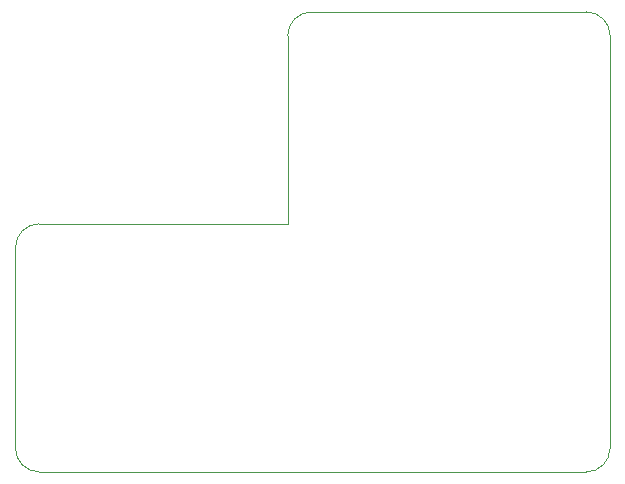
<source format=gbr>
G04 #@! TF.GenerationSoftware,KiCad,Pcbnew,(5.1.10-1-10_14)*
G04 #@! TF.CreationDate,2021-11-29T21:51:49-05:00*
G04 #@! TF.ProjectId,SNAC Sniffer Indent,534e4143-2053-46e6-9966-66657220496e,1*
G04 #@! TF.SameCoordinates,Original*
G04 #@! TF.FileFunction,Profile,NP*
%FSLAX46Y46*%
G04 Gerber Fmt 4.6, Leading zero omitted, Abs format (unit mm)*
G04 Created by KiCad (PCBNEW (5.1.10-1-10_14)) date 2021-11-29 21:51:49*
%MOMM*%
%LPD*%
G01*
G04 APERTURE LIST*
G04 #@! TA.AperFunction,Profile*
%ADD10C,0.100000*%
G04 #@! TD*
G04 APERTURE END LIST*
D10*
X138249976Y-88440024D02*
G75*
G02*
X140250000Y-86440000I2000024J0D01*
G01*
X115199976Y-106380024D02*
G75*
G02*
X117200000Y-104380000I2000024J0D01*
G01*
X117200000Y-125380024D02*
G75*
G02*
X115199976Y-123380000I0J2000024D01*
G01*
X165540024Y-123380000D02*
G75*
G02*
X163540000Y-125380024I-2000024J0D01*
G01*
X163540000Y-86440000D02*
G75*
G02*
X165540024Y-88440024I0J-2000024D01*
G01*
X138250000Y-104380000D02*
X138249976Y-88440024D01*
X117200000Y-104380000D02*
X138250000Y-104380000D01*
X115199976Y-123380000D02*
X115199976Y-106380024D01*
X163540000Y-125380024D02*
X117200000Y-125380024D01*
X165540024Y-88440024D02*
X165540024Y-123380000D01*
X140250000Y-86440000D02*
X163540000Y-86440000D01*
M02*

</source>
